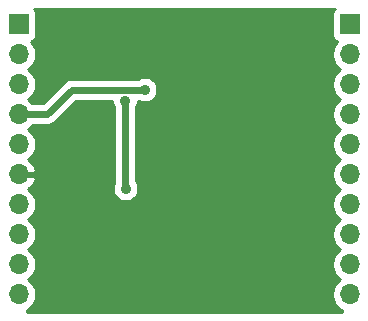
<source format=gbl>
G04 #@! TF.GenerationSoftware,KiCad,Pcbnew,(5.1.5)-3*
G04 #@! TF.CreationDate,2020-04-23T23:36:20+02:00*
G04 #@! TF.ProjectId,01_spi_pont_H,30315f73-7069-45f7-906f-6e745f482e6b,rev?*
G04 #@! TF.SameCoordinates,Original*
G04 #@! TF.FileFunction,Copper,L2,Bot*
G04 #@! TF.FilePolarity,Positive*
%FSLAX46Y46*%
G04 Gerber Fmt 4.6, Leading zero omitted, Abs format (unit mm)*
G04 Created by KiCad (PCBNEW (5.1.5)-3) date 2020-04-23 23:36:20*
%MOMM*%
%LPD*%
G04 APERTURE LIST*
%ADD10R,1.700000X1.700000*%
%ADD11O,1.700000X1.700000*%
%ADD12C,0.900000*%
%ADD13C,0.600000*%
%ADD14C,0.500000*%
%ADD15C,0.254000*%
G04 APERTURE END LIST*
D10*
X116500000Y-65000000D03*
D11*
X116500000Y-67540000D03*
X116500000Y-70080000D03*
X116500000Y-72620000D03*
X116500000Y-75160000D03*
X116500000Y-77700000D03*
X116500000Y-80240000D03*
X116500000Y-82780000D03*
X116500000Y-85320000D03*
X116500000Y-87860000D03*
X144500000Y-87860000D03*
X144500000Y-85320000D03*
X144500000Y-82780000D03*
X144500000Y-80240000D03*
X144500000Y-77700000D03*
X144500000Y-75160000D03*
X144500000Y-72620000D03*
X144500000Y-70080000D03*
X144500000Y-67540000D03*
D10*
X144500000Y-65000000D03*
D12*
X125500000Y-71490000D03*
X125537500Y-78900000D03*
X132000000Y-65000000D03*
X134000000Y-65000000D03*
X136000000Y-65000000D03*
X132000000Y-67000000D03*
X134000000Y-67000000D03*
X136000000Y-67000000D03*
X132000000Y-69000000D03*
X134000000Y-69000000D03*
X136000000Y-69000000D03*
X132000000Y-71000000D03*
X134000000Y-71000000D03*
X136000000Y-71000000D03*
X132000000Y-73000000D03*
X134000000Y-73000000D03*
X136000000Y-73000000D03*
X132000000Y-75000000D03*
X134000000Y-75000000D03*
X136000000Y-75000000D03*
X132000000Y-77000000D03*
X134000000Y-77000000D03*
X136000000Y-77000000D03*
X132000000Y-79000000D03*
X134000000Y-79000000D03*
X136000000Y-79000000D03*
X132000000Y-81000000D03*
X134000000Y-81000000D03*
X136000000Y-81000000D03*
X132000000Y-83000000D03*
X134000000Y-83000000D03*
X136000000Y-83000000D03*
X132000000Y-85000000D03*
X134000000Y-85000000D03*
X136000000Y-85000000D03*
X132000000Y-87000000D03*
X134000000Y-87000000D03*
X136000000Y-87000000D03*
X119000000Y-79000000D03*
X121000000Y-79000000D03*
X141000000Y-75000000D03*
X119000000Y-81500000D03*
X119000000Y-84000000D03*
X119000000Y-86500000D03*
X119000000Y-66500000D03*
X127150000Y-70520000D03*
D13*
X125500000Y-78862500D02*
X125537500Y-78900000D01*
X125500000Y-71490000D02*
X125500000Y-78862500D01*
X119000000Y-79000000D02*
X119000000Y-81500000D01*
X119000000Y-81500000D02*
X119000000Y-84000000D01*
X119000000Y-84000000D02*
X119000000Y-86500000D01*
X132000000Y-65000000D02*
X120500000Y-65000000D01*
X120500000Y-65000000D02*
X119000000Y-66500000D01*
D14*
X118870000Y-72620000D02*
X116975010Y-72620000D01*
D13*
X127150000Y-70520000D02*
X120980000Y-70520000D01*
X120980000Y-70520000D02*
X118900000Y-72600000D01*
D14*
X118900000Y-72600000D02*
X118870000Y-72620000D01*
D13*
X118900000Y-72600000D02*
X117025010Y-72600000D01*
D15*
G36*
X143198815Y-63698815D02*
G01*
X143119463Y-63795506D01*
X143060498Y-63905820D01*
X143024188Y-64025518D01*
X143011928Y-64150000D01*
X143011928Y-65850000D01*
X143024188Y-65974482D01*
X143060498Y-66094180D01*
X143119463Y-66204494D01*
X143198815Y-66301185D01*
X143295506Y-66380537D01*
X143405820Y-66439502D01*
X143478380Y-66461513D01*
X143346525Y-66593368D01*
X143184010Y-66836589D01*
X143072068Y-67106842D01*
X143015000Y-67393740D01*
X143015000Y-67686260D01*
X143072068Y-67973158D01*
X143184010Y-68243411D01*
X143346525Y-68486632D01*
X143553368Y-68693475D01*
X143727760Y-68810000D01*
X143553368Y-68926525D01*
X143346525Y-69133368D01*
X143184010Y-69376589D01*
X143072068Y-69646842D01*
X143015000Y-69933740D01*
X143015000Y-70226260D01*
X143072068Y-70513158D01*
X143184010Y-70783411D01*
X143346525Y-71026632D01*
X143553368Y-71233475D01*
X143727760Y-71350000D01*
X143553368Y-71466525D01*
X143346525Y-71673368D01*
X143184010Y-71916589D01*
X143072068Y-72186842D01*
X143015000Y-72473740D01*
X143015000Y-72766260D01*
X143072068Y-73053158D01*
X143184010Y-73323411D01*
X143346525Y-73566632D01*
X143553368Y-73773475D01*
X143727760Y-73890000D01*
X143553368Y-74006525D01*
X143346525Y-74213368D01*
X143184010Y-74456589D01*
X143072068Y-74726842D01*
X143015000Y-75013740D01*
X143015000Y-75306260D01*
X143072068Y-75593158D01*
X143184010Y-75863411D01*
X143346525Y-76106632D01*
X143553368Y-76313475D01*
X143727760Y-76430000D01*
X143553368Y-76546525D01*
X143346525Y-76753368D01*
X143184010Y-76996589D01*
X143072068Y-77266842D01*
X143015000Y-77553740D01*
X143015000Y-77846260D01*
X143072068Y-78133158D01*
X143184010Y-78403411D01*
X143346525Y-78646632D01*
X143553368Y-78853475D01*
X143727760Y-78970000D01*
X143553368Y-79086525D01*
X143346525Y-79293368D01*
X143184010Y-79536589D01*
X143072068Y-79806842D01*
X143015000Y-80093740D01*
X143015000Y-80386260D01*
X143072068Y-80673158D01*
X143184010Y-80943411D01*
X143346525Y-81186632D01*
X143553368Y-81393475D01*
X143727760Y-81510000D01*
X143553368Y-81626525D01*
X143346525Y-81833368D01*
X143184010Y-82076589D01*
X143072068Y-82346842D01*
X143015000Y-82633740D01*
X143015000Y-82926260D01*
X143072068Y-83213158D01*
X143184010Y-83483411D01*
X143346525Y-83726632D01*
X143553368Y-83933475D01*
X143727760Y-84050000D01*
X143553368Y-84166525D01*
X143346525Y-84373368D01*
X143184010Y-84616589D01*
X143072068Y-84886842D01*
X143015000Y-85173740D01*
X143015000Y-85466260D01*
X143072068Y-85753158D01*
X143184010Y-86023411D01*
X143346525Y-86266632D01*
X143553368Y-86473475D01*
X143727760Y-86590000D01*
X143553368Y-86706525D01*
X143346525Y-86913368D01*
X143184010Y-87156589D01*
X143072068Y-87426842D01*
X143015000Y-87713740D01*
X143015000Y-88006260D01*
X143072068Y-88293158D01*
X143184010Y-88563411D01*
X143346525Y-88806632D01*
X143553368Y-89013475D01*
X143796589Y-89175990D01*
X143840001Y-89193972D01*
X143840001Y-89340000D01*
X117160000Y-89340000D01*
X117160000Y-89193971D01*
X117203411Y-89175990D01*
X117446632Y-89013475D01*
X117653475Y-88806632D01*
X117815990Y-88563411D01*
X117927932Y-88293158D01*
X117985000Y-88006260D01*
X117985000Y-87713740D01*
X117927932Y-87426842D01*
X117815990Y-87156589D01*
X117653475Y-86913368D01*
X117446632Y-86706525D01*
X117272240Y-86590000D01*
X117446632Y-86473475D01*
X117653475Y-86266632D01*
X117815990Y-86023411D01*
X117927932Y-85753158D01*
X117985000Y-85466260D01*
X117985000Y-85173740D01*
X117927932Y-84886842D01*
X117815990Y-84616589D01*
X117653475Y-84373368D01*
X117446632Y-84166525D01*
X117272240Y-84050000D01*
X117446632Y-83933475D01*
X117653475Y-83726632D01*
X117815990Y-83483411D01*
X117927932Y-83213158D01*
X117985000Y-82926260D01*
X117985000Y-82633740D01*
X117927932Y-82346842D01*
X117815990Y-82076589D01*
X117653475Y-81833368D01*
X117446632Y-81626525D01*
X117272240Y-81510000D01*
X117446632Y-81393475D01*
X117653475Y-81186632D01*
X117815990Y-80943411D01*
X117927932Y-80673158D01*
X117985000Y-80386260D01*
X117985000Y-80093740D01*
X117927932Y-79806842D01*
X117815990Y-79536589D01*
X117653475Y-79293368D01*
X117446632Y-79086525D01*
X117264466Y-78964805D01*
X117381355Y-78895178D01*
X117597588Y-78700269D01*
X117771641Y-78466920D01*
X117896825Y-78204099D01*
X117941476Y-78056890D01*
X117820155Y-77827000D01*
X117160000Y-77827000D01*
X117160000Y-77573000D01*
X117820155Y-77573000D01*
X117941476Y-77343110D01*
X117896825Y-77195901D01*
X117771641Y-76933080D01*
X117597588Y-76699731D01*
X117381355Y-76504822D01*
X117264466Y-76435195D01*
X117446632Y-76313475D01*
X117653475Y-76106632D01*
X117815990Y-75863411D01*
X117927932Y-75593158D01*
X117985000Y-75306260D01*
X117985000Y-75013740D01*
X117927932Y-74726842D01*
X117815990Y-74456589D01*
X117653475Y-74213368D01*
X117446632Y-74006525D01*
X117272240Y-73890000D01*
X117446632Y-73773475D01*
X117653475Y-73566632D01*
X117674611Y-73535000D01*
X118854068Y-73535000D01*
X118900000Y-73539524D01*
X118945932Y-73535000D01*
X119083292Y-73521471D01*
X119259540Y-73468007D01*
X119421972Y-73381186D01*
X119564344Y-73264344D01*
X119593630Y-73228659D01*
X121367290Y-71455000D01*
X124415000Y-71455000D01*
X124415000Y-71596863D01*
X124456696Y-71806483D01*
X124538485Y-72003940D01*
X124565000Y-72043623D01*
X124565001Y-78412578D01*
X124494196Y-78583517D01*
X124452500Y-78793137D01*
X124452500Y-79006863D01*
X124494196Y-79216483D01*
X124575985Y-79413940D01*
X124694725Y-79591647D01*
X124845853Y-79742775D01*
X125023560Y-79861515D01*
X125221017Y-79943304D01*
X125430637Y-79985000D01*
X125644363Y-79985000D01*
X125853983Y-79943304D01*
X126051440Y-79861515D01*
X126229147Y-79742775D01*
X126380275Y-79591647D01*
X126499015Y-79413940D01*
X126580804Y-79216483D01*
X126622500Y-79006863D01*
X126622500Y-78793137D01*
X126580804Y-78583517D01*
X126499015Y-78386060D01*
X126435000Y-78290255D01*
X126435000Y-72043623D01*
X126461515Y-72003940D01*
X126543304Y-71806483D01*
X126585000Y-71596863D01*
X126585000Y-71455000D01*
X126596377Y-71455000D01*
X126636060Y-71481515D01*
X126833517Y-71563304D01*
X127043137Y-71605000D01*
X127256863Y-71605000D01*
X127466483Y-71563304D01*
X127663940Y-71481515D01*
X127841647Y-71362775D01*
X127992775Y-71211647D01*
X128111515Y-71033940D01*
X128193304Y-70836483D01*
X128235000Y-70626863D01*
X128235000Y-70413137D01*
X128193304Y-70203517D01*
X128111515Y-70006060D01*
X127992775Y-69828353D01*
X127841647Y-69677225D01*
X127663940Y-69558485D01*
X127466483Y-69476696D01*
X127256863Y-69435000D01*
X127043137Y-69435000D01*
X126833517Y-69476696D01*
X126636060Y-69558485D01*
X126596377Y-69585000D01*
X121025931Y-69585000D01*
X120979999Y-69580476D01*
X120796707Y-69598529D01*
X120743243Y-69614747D01*
X120620460Y-69651993D01*
X120458028Y-69738814D01*
X120315656Y-69855656D01*
X120286374Y-69891336D01*
X118512711Y-71665000D01*
X117645107Y-71665000D01*
X117446632Y-71466525D01*
X117272240Y-71350000D01*
X117446632Y-71233475D01*
X117653475Y-71026632D01*
X117815990Y-70783411D01*
X117927932Y-70513158D01*
X117985000Y-70226260D01*
X117985000Y-69933740D01*
X117927932Y-69646842D01*
X117815990Y-69376589D01*
X117653475Y-69133368D01*
X117446632Y-68926525D01*
X117272240Y-68810000D01*
X117446632Y-68693475D01*
X117653475Y-68486632D01*
X117815990Y-68243411D01*
X117927932Y-67973158D01*
X117985000Y-67686260D01*
X117985000Y-67393740D01*
X117927932Y-67106842D01*
X117815990Y-66836589D01*
X117653475Y-66593368D01*
X117521620Y-66461513D01*
X117594180Y-66439502D01*
X117704494Y-66380537D01*
X117801185Y-66301185D01*
X117880537Y-66204494D01*
X117939502Y-66094180D01*
X117975812Y-65974482D01*
X117988072Y-65850000D01*
X117988072Y-64150000D01*
X117975812Y-64025518D01*
X117939502Y-63905820D01*
X117880537Y-63795506D01*
X117801185Y-63698815D01*
X117753889Y-63660000D01*
X143246111Y-63660000D01*
X143198815Y-63698815D01*
G37*
X143198815Y-63698815D02*
X143119463Y-63795506D01*
X143060498Y-63905820D01*
X143024188Y-64025518D01*
X143011928Y-64150000D01*
X143011928Y-65850000D01*
X143024188Y-65974482D01*
X143060498Y-66094180D01*
X143119463Y-66204494D01*
X143198815Y-66301185D01*
X143295506Y-66380537D01*
X143405820Y-66439502D01*
X143478380Y-66461513D01*
X143346525Y-66593368D01*
X143184010Y-66836589D01*
X143072068Y-67106842D01*
X143015000Y-67393740D01*
X143015000Y-67686260D01*
X143072068Y-67973158D01*
X143184010Y-68243411D01*
X143346525Y-68486632D01*
X143553368Y-68693475D01*
X143727760Y-68810000D01*
X143553368Y-68926525D01*
X143346525Y-69133368D01*
X143184010Y-69376589D01*
X143072068Y-69646842D01*
X143015000Y-69933740D01*
X143015000Y-70226260D01*
X143072068Y-70513158D01*
X143184010Y-70783411D01*
X143346525Y-71026632D01*
X143553368Y-71233475D01*
X143727760Y-71350000D01*
X143553368Y-71466525D01*
X143346525Y-71673368D01*
X143184010Y-71916589D01*
X143072068Y-72186842D01*
X143015000Y-72473740D01*
X143015000Y-72766260D01*
X143072068Y-73053158D01*
X143184010Y-73323411D01*
X143346525Y-73566632D01*
X143553368Y-73773475D01*
X143727760Y-73890000D01*
X143553368Y-74006525D01*
X143346525Y-74213368D01*
X143184010Y-74456589D01*
X143072068Y-74726842D01*
X143015000Y-75013740D01*
X143015000Y-75306260D01*
X143072068Y-75593158D01*
X143184010Y-75863411D01*
X143346525Y-76106632D01*
X143553368Y-76313475D01*
X143727760Y-76430000D01*
X143553368Y-76546525D01*
X143346525Y-76753368D01*
X143184010Y-76996589D01*
X143072068Y-77266842D01*
X143015000Y-77553740D01*
X143015000Y-77846260D01*
X143072068Y-78133158D01*
X143184010Y-78403411D01*
X143346525Y-78646632D01*
X143553368Y-78853475D01*
X143727760Y-78970000D01*
X143553368Y-79086525D01*
X143346525Y-79293368D01*
X143184010Y-79536589D01*
X143072068Y-79806842D01*
X143015000Y-80093740D01*
X143015000Y-80386260D01*
X143072068Y-80673158D01*
X143184010Y-80943411D01*
X143346525Y-81186632D01*
X143553368Y-81393475D01*
X143727760Y-81510000D01*
X143553368Y-81626525D01*
X143346525Y-81833368D01*
X143184010Y-82076589D01*
X143072068Y-82346842D01*
X143015000Y-82633740D01*
X143015000Y-82926260D01*
X143072068Y-83213158D01*
X143184010Y-83483411D01*
X143346525Y-83726632D01*
X143553368Y-83933475D01*
X143727760Y-84050000D01*
X143553368Y-84166525D01*
X143346525Y-84373368D01*
X143184010Y-84616589D01*
X143072068Y-84886842D01*
X143015000Y-85173740D01*
X143015000Y-85466260D01*
X143072068Y-85753158D01*
X143184010Y-86023411D01*
X143346525Y-86266632D01*
X143553368Y-86473475D01*
X143727760Y-86590000D01*
X143553368Y-86706525D01*
X143346525Y-86913368D01*
X143184010Y-87156589D01*
X143072068Y-87426842D01*
X143015000Y-87713740D01*
X143015000Y-88006260D01*
X143072068Y-88293158D01*
X143184010Y-88563411D01*
X143346525Y-88806632D01*
X143553368Y-89013475D01*
X143796589Y-89175990D01*
X143840001Y-89193972D01*
X143840001Y-89340000D01*
X117160000Y-89340000D01*
X117160000Y-89193971D01*
X117203411Y-89175990D01*
X117446632Y-89013475D01*
X117653475Y-88806632D01*
X117815990Y-88563411D01*
X117927932Y-88293158D01*
X117985000Y-88006260D01*
X117985000Y-87713740D01*
X117927932Y-87426842D01*
X117815990Y-87156589D01*
X117653475Y-86913368D01*
X117446632Y-86706525D01*
X117272240Y-86590000D01*
X117446632Y-86473475D01*
X117653475Y-86266632D01*
X117815990Y-86023411D01*
X117927932Y-85753158D01*
X117985000Y-85466260D01*
X117985000Y-85173740D01*
X117927932Y-84886842D01*
X117815990Y-84616589D01*
X117653475Y-84373368D01*
X117446632Y-84166525D01*
X117272240Y-84050000D01*
X117446632Y-83933475D01*
X117653475Y-83726632D01*
X117815990Y-83483411D01*
X117927932Y-83213158D01*
X117985000Y-82926260D01*
X117985000Y-82633740D01*
X117927932Y-82346842D01*
X117815990Y-82076589D01*
X117653475Y-81833368D01*
X117446632Y-81626525D01*
X117272240Y-81510000D01*
X117446632Y-81393475D01*
X117653475Y-81186632D01*
X117815990Y-80943411D01*
X117927932Y-80673158D01*
X117985000Y-80386260D01*
X117985000Y-80093740D01*
X117927932Y-79806842D01*
X117815990Y-79536589D01*
X117653475Y-79293368D01*
X117446632Y-79086525D01*
X117264466Y-78964805D01*
X117381355Y-78895178D01*
X117597588Y-78700269D01*
X117771641Y-78466920D01*
X117896825Y-78204099D01*
X117941476Y-78056890D01*
X117820155Y-77827000D01*
X117160000Y-77827000D01*
X117160000Y-77573000D01*
X117820155Y-77573000D01*
X117941476Y-77343110D01*
X117896825Y-77195901D01*
X117771641Y-76933080D01*
X117597588Y-76699731D01*
X117381355Y-76504822D01*
X117264466Y-76435195D01*
X117446632Y-76313475D01*
X117653475Y-76106632D01*
X117815990Y-75863411D01*
X117927932Y-75593158D01*
X117985000Y-75306260D01*
X117985000Y-75013740D01*
X117927932Y-74726842D01*
X117815990Y-74456589D01*
X117653475Y-74213368D01*
X117446632Y-74006525D01*
X117272240Y-73890000D01*
X117446632Y-73773475D01*
X117653475Y-73566632D01*
X117674611Y-73535000D01*
X118854068Y-73535000D01*
X118900000Y-73539524D01*
X118945932Y-73535000D01*
X119083292Y-73521471D01*
X119259540Y-73468007D01*
X119421972Y-73381186D01*
X119564344Y-73264344D01*
X119593630Y-73228659D01*
X121367290Y-71455000D01*
X124415000Y-71455000D01*
X124415000Y-71596863D01*
X124456696Y-71806483D01*
X124538485Y-72003940D01*
X124565000Y-72043623D01*
X124565001Y-78412578D01*
X124494196Y-78583517D01*
X124452500Y-78793137D01*
X124452500Y-79006863D01*
X124494196Y-79216483D01*
X124575985Y-79413940D01*
X124694725Y-79591647D01*
X124845853Y-79742775D01*
X125023560Y-79861515D01*
X125221017Y-79943304D01*
X125430637Y-79985000D01*
X125644363Y-79985000D01*
X125853983Y-79943304D01*
X126051440Y-79861515D01*
X126229147Y-79742775D01*
X126380275Y-79591647D01*
X126499015Y-79413940D01*
X126580804Y-79216483D01*
X126622500Y-79006863D01*
X126622500Y-78793137D01*
X126580804Y-78583517D01*
X126499015Y-78386060D01*
X126435000Y-78290255D01*
X126435000Y-72043623D01*
X126461515Y-72003940D01*
X126543304Y-71806483D01*
X126585000Y-71596863D01*
X126585000Y-71455000D01*
X126596377Y-71455000D01*
X126636060Y-71481515D01*
X126833517Y-71563304D01*
X127043137Y-71605000D01*
X127256863Y-71605000D01*
X127466483Y-71563304D01*
X127663940Y-71481515D01*
X127841647Y-71362775D01*
X127992775Y-71211647D01*
X128111515Y-71033940D01*
X128193304Y-70836483D01*
X128235000Y-70626863D01*
X128235000Y-70413137D01*
X128193304Y-70203517D01*
X128111515Y-70006060D01*
X127992775Y-69828353D01*
X127841647Y-69677225D01*
X127663940Y-69558485D01*
X127466483Y-69476696D01*
X127256863Y-69435000D01*
X127043137Y-69435000D01*
X126833517Y-69476696D01*
X126636060Y-69558485D01*
X126596377Y-69585000D01*
X121025931Y-69585000D01*
X120979999Y-69580476D01*
X120796707Y-69598529D01*
X120743243Y-69614747D01*
X120620460Y-69651993D01*
X120458028Y-69738814D01*
X120315656Y-69855656D01*
X120286374Y-69891336D01*
X118512711Y-71665000D01*
X117645107Y-71665000D01*
X117446632Y-71466525D01*
X117272240Y-71350000D01*
X117446632Y-71233475D01*
X117653475Y-71026632D01*
X117815990Y-70783411D01*
X117927932Y-70513158D01*
X117985000Y-70226260D01*
X117985000Y-69933740D01*
X117927932Y-69646842D01*
X117815990Y-69376589D01*
X117653475Y-69133368D01*
X117446632Y-68926525D01*
X117272240Y-68810000D01*
X117446632Y-68693475D01*
X117653475Y-68486632D01*
X117815990Y-68243411D01*
X117927932Y-67973158D01*
X117985000Y-67686260D01*
X117985000Y-67393740D01*
X117927932Y-67106842D01*
X117815990Y-66836589D01*
X117653475Y-66593368D01*
X117521620Y-66461513D01*
X117594180Y-66439502D01*
X117704494Y-66380537D01*
X117801185Y-66301185D01*
X117880537Y-66204494D01*
X117939502Y-66094180D01*
X117975812Y-65974482D01*
X117988072Y-65850000D01*
X117988072Y-64150000D01*
X117975812Y-64025518D01*
X117939502Y-63905820D01*
X117880537Y-63795506D01*
X117801185Y-63698815D01*
X117753889Y-63660000D01*
X143246111Y-63660000D01*
X143198815Y-63698815D01*
M02*

</source>
